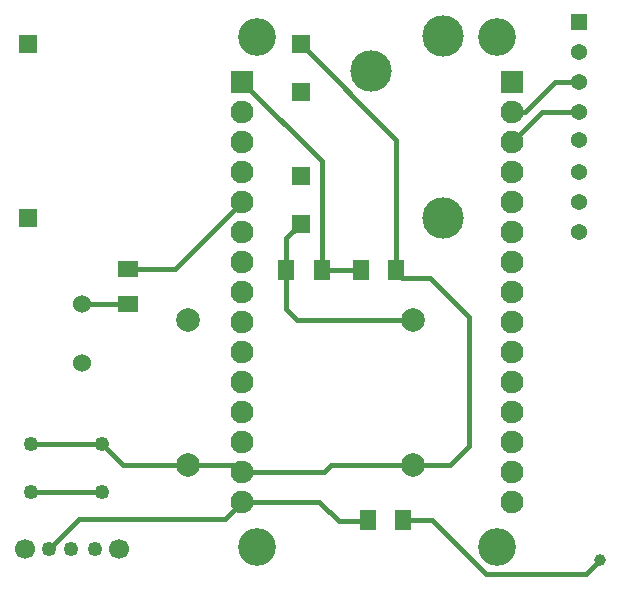
<source format=gbl>
G04*
G04 #@! TF.GenerationSoftware,Altium Limited,Altium Designer,22.0.2 (36)*
G04*
G04 Layer_Physical_Order=2*
G04 Layer_Color=16711680*
%FSLAX25Y25*%
%MOIN*%
G70*
G04*
G04 #@! TF.SameCoordinates,3FE311A2-DF91-43EC-BEA0-AB145DDAB98B*
G04*
G04*
G04 #@! TF.FilePolarity,Positive*
G04*
G01*
G75*
%ADD28R,0.06890X0.05512*%
%ADD30R,0.05512X0.06890*%
%ADD31C,0.01500*%
%ADD32C,0.07874*%
%ADD33C,0.04921*%
%ADD34C,0.06000*%
%ADD35C,0.13780*%
%ADD36R,0.05394X0.05394*%
%ADD37C,0.05394*%
%ADD38R,0.06200X0.06200*%
%ADD39C,0.06693*%
%ADD40C,0.12598*%
%ADD41C,0.07598*%
%ADD42R,0.07598X0.07598*%
%ADD43C,0.03937*%
D28*
X248401Y146909D02*
D03*
Y135099D02*
D03*
D30*
X312906Y146516D02*
D03*
X301095D02*
D03*
X337732D02*
D03*
X325921D02*
D03*
X328300Y62992D02*
D03*
X340111D02*
D03*
D31*
X268431Y81474D02*
X284147D01*
X286405Y79216D01*
X313600D01*
X337732Y145827D02*
X339738Y143821D01*
X348905D01*
X361800Y130926D01*
X337732Y145827D02*
Y146516D01*
X361800Y87598D02*
Y130926D01*
X355675Y81474D02*
X361800Y87598D01*
X343234Y81474D02*
X355675D01*
X401098Y45198D02*
X405512Y49612D01*
X367526Y45198D02*
X401098D01*
X349732Y62992D02*
X367526Y45198D01*
X340111Y62992D02*
X349732D01*
X318500Y62700D02*
X328008D01*
X328300Y62992D01*
X311984Y69216D02*
X318500Y62700D01*
X286405Y69216D02*
X311984D01*
X280490Y63300D02*
X286405Y69216D01*
X231800Y63300D02*
X280490D01*
X221900Y53400D02*
X231800Y63300D01*
X301095Y146516D02*
Y157095D01*
X305800Y161800D01*
X246512Y81474D02*
X268431D01*
X239711Y88274D02*
X246512Y81474D01*
X390510Y209110D02*
X398690D01*
X380615Y199216D02*
X390510Y209110D01*
X376405Y199216D02*
X380615D01*
X337732Y146516D02*
Y189868D01*
X305800Y221800D02*
X337732Y189868D01*
X286405Y209215D02*
X312906Y182715D01*
Y146516D02*
Y182715D01*
X248401Y146909D02*
X264099D01*
X286405Y169216D01*
X376405Y189216D02*
X386300Y199110D01*
X398690D01*
X304496Y129899D02*
X343234D01*
X301095Y133300D02*
X304496Y129899D01*
X301095Y133300D02*
Y146516D01*
X312906D02*
X325921D01*
X216089Y72526D02*
X239711D01*
X315858Y81474D02*
X343234D01*
X313600Y79216D02*
X315858Y81474D01*
X216089Y88274D02*
X239711D01*
X240686Y135099D02*
X248401D01*
X240600Y135185D02*
X240686Y135099D01*
X232900Y135185D02*
X240600D01*
D32*
X268431Y129899D02*
D03*
X343234D02*
D03*
Y81474D02*
D03*
X268431D02*
D03*
D33*
X239711Y88274D02*
D03*
X216089D02*
D03*
X239711Y72526D02*
D03*
X216089D02*
D03*
X221900Y53400D02*
D03*
X229400D02*
D03*
X237400D02*
D03*
D34*
X232900Y115500D02*
D03*
Y135185D02*
D03*
D35*
X353300Y163721D02*
D03*
Y224500D02*
D03*
X329400Y212800D02*
D03*
D36*
X398690Y229110D02*
D03*
D37*
Y219110D02*
D03*
Y209110D02*
D03*
Y199110D02*
D03*
Y189610D02*
D03*
Y179110D02*
D03*
Y169110D02*
D03*
Y159110D02*
D03*
D38*
X214800Y163800D02*
D03*
Y221800D02*
D03*
X305800Y161800D02*
D03*
Y221800D02*
D03*
Y177800D02*
D03*
Y205800D02*
D03*
D39*
X245400Y53400D02*
D03*
X213900D02*
D03*
D40*
X291405Y54216D02*
D03*
X371405D02*
D03*
Y224216D02*
D03*
X291405D02*
D03*
D41*
X376405Y69216D02*
D03*
Y79216D02*
D03*
Y89215D02*
D03*
Y99216D02*
D03*
Y109216D02*
D03*
Y119216D02*
D03*
Y129216D02*
D03*
Y139216D02*
D03*
Y149216D02*
D03*
Y159216D02*
D03*
Y169216D02*
D03*
Y179216D02*
D03*
Y189216D02*
D03*
Y199216D02*
D03*
X286405Y69216D02*
D03*
Y79216D02*
D03*
Y89215D02*
D03*
Y99216D02*
D03*
Y109216D02*
D03*
Y119216D02*
D03*
Y129216D02*
D03*
Y139216D02*
D03*
Y149216D02*
D03*
Y159216D02*
D03*
Y169216D02*
D03*
Y179216D02*
D03*
Y189216D02*
D03*
Y199216D02*
D03*
D42*
X376405Y209215D02*
D03*
X286405D02*
D03*
D43*
X405512Y49612D02*
D03*
M02*

</source>
